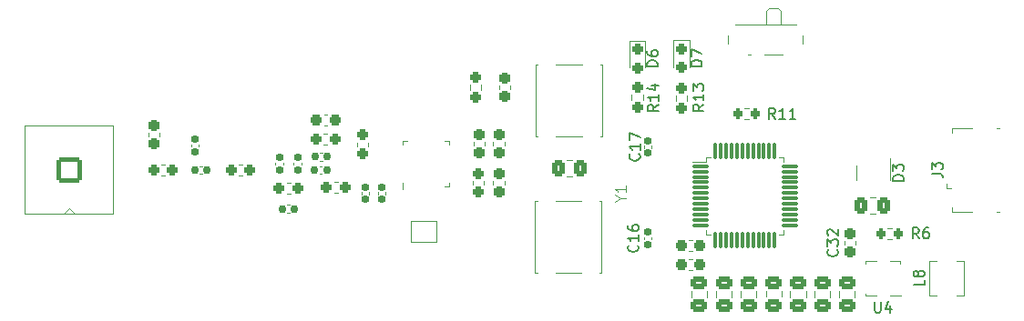
<source format=gto>
G04 #@! TF.GenerationSoftware,KiCad,Pcbnew,7.0.9-1.fc38*
G04 #@! TF.CreationDate,2023-11-15T09:02:08+02:00*
G04 #@! TF.ProjectId,transceiver_board,7472616e-7363-4656-9976-65725f626f61,rev?*
G04 #@! TF.SameCoordinates,Original*
G04 #@! TF.FileFunction,Legend,Top*
G04 #@! TF.FilePolarity,Positive*
%FSLAX46Y46*%
G04 Gerber Fmt 4.6, Leading zero omitted, Abs format (unit mm)*
G04 Created by KiCad (PCBNEW 7.0.9-1.fc38) date 2023-11-15 09:02:08*
%MOMM*%
%LPD*%
G01*
G04 APERTURE LIST*
G04 Aperture macros list*
%AMRoundRect*
0 Rectangle with rounded corners*
0 $1 Rounding radius*
0 $2 $3 $4 $5 $6 $7 $8 $9 X,Y pos of 4 corners*
0 Add a 4 corners polygon primitive as box body*
4,1,4,$2,$3,$4,$5,$6,$7,$8,$9,$2,$3,0*
0 Add four circle primitives for the rounded corners*
1,1,$1+$1,$2,$3*
1,1,$1+$1,$4,$5*
1,1,$1+$1,$6,$7*
1,1,$1+$1,$8,$9*
0 Add four rect primitives between the rounded corners*
20,1,$1+$1,$2,$3,$4,$5,0*
20,1,$1+$1,$4,$5,$6,$7,0*
20,1,$1+$1,$6,$7,$8,$9,0*
20,1,$1+$1,$8,$9,$2,$3,0*%
%AMFreePoly0*
4,1,21,-0.125000,1.200000,0.125000,1.200000,0.125000,1.700000,0.375000,1.700000,0.375000,1.200000,0.825000,1.200000,0.825000,-1.200000,0.375000,-1.200000,0.375000,-1.700000,0.125000,-1.700000,0.125000,-1.200000,-0.125000,-1.200000,-0.125000,-1.700000,-0.375000,-1.700000,-0.375000,-1.200000,-0.825000,-1.200000,-0.825000,1.200000,-0.375000,1.200000,-0.375000,1.700000,-0.125000,1.700000,
-0.125000,1.200000,-0.125000,1.200000,$1*%
G04 Aperture macros list end*
%ADD10C,0.150000*%
%ADD11C,0.100000*%
%ADD12C,0.120000*%
%ADD13C,0.000000*%
%ADD14C,0.300000*%
%ADD15RoundRect,0.237500X-0.300000X-0.237500X0.300000X-0.237500X0.300000X0.237500X-0.300000X0.237500X0*%
%ADD16RoundRect,0.237500X-0.237500X0.300000X-0.237500X-0.300000X0.237500X-0.300000X0.237500X0.300000X0*%
%ADD17RoundRect,0.200100X0.949900X-0.949900X0.949900X0.949900X-0.949900X0.949900X-0.949900X-0.949900X0*%
%ADD18C,2.500000*%
%ADD19R,1.000000X3.200000*%
%ADD20RoundRect,0.237500X0.287500X0.237500X-0.287500X0.237500X-0.287500X-0.237500X0.287500X-0.237500X0*%
%ADD21RoundRect,0.075000X-0.662500X-0.075000X0.662500X-0.075000X0.662500X0.075000X-0.662500X0.075000X0*%
%ADD22RoundRect,0.075000X-0.075000X-0.662500X0.075000X-0.662500X0.075000X0.662500X-0.075000X0.662500X0*%
%ADD23RoundRect,0.237500X-0.237500X0.287500X-0.237500X-0.287500X0.237500X-0.287500X0.237500X0.287500X0*%
%ADD24RoundRect,0.250000X0.337500X0.475000X-0.337500X0.475000X-0.337500X-0.475000X0.337500X-0.475000X0*%
%ADD25RoundRect,0.155000X0.212500X0.155000X-0.212500X0.155000X-0.212500X-0.155000X0.212500X-0.155000X0*%
%ADD26R,1.000000X0.800000*%
%ADD27C,0.900000*%
%ADD28R,0.700000X1.500000*%
%ADD29RoundRect,0.155000X0.155000X-0.212500X0.155000X0.212500X-0.155000X0.212500X-0.155000X-0.212500X0*%
%ADD30R,0.850000X0.750000*%
%ADD31R,0.600000X0.240000*%
%ADD32FreePoly0,180.000000*%
%ADD33RoundRect,0.237500X0.237500X-0.300000X0.237500X0.300000X-0.237500X0.300000X-0.237500X-0.300000X0*%
%ADD34RoundRect,0.250000X-0.475000X0.337500X-0.475000X-0.337500X0.475000X-0.337500X0.475000X0.337500X0*%
%ADD35RoundRect,0.237500X-0.237500X0.250000X-0.237500X-0.250000X0.237500X-0.250000X0.237500X0.250000X0*%
%ADD36RoundRect,0.155000X-0.155000X0.212500X-0.155000X-0.212500X0.155000X-0.212500X0.155000X0.212500X0*%
%ADD37RoundRect,0.200000X0.200000X0.275000X-0.200000X0.275000X-0.200000X-0.275000X0.200000X-0.275000X0*%
%ADD38R,1.200000X1.500000*%
%ADD39R,1.900000X1.100000*%
%ADD40RoundRect,0.237500X0.237500X-0.250000X0.237500X0.250000X-0.237500X0.250000X-0.237500X-0.250000X0*%
%ADD41R,1.350000X0.400000*%
%ADD42O,1.900000X1.200000*%
%ADD43R,1.900000X1.200000*%
%ADD44C,1.450000*%
%ADD45R,1.900000X1.500000*%
%ADD46RoundRect,0.237500X0.300000X0.237500X-0.300000X0.237500X-0.300000X-0.237500X0.300000X-0.237500X0*%
%ADD47RoundRect,0.237500X0.237500X-0.287500X0.237500X0.287500X-0.237500X0.287500X-0.237500X-0.287500X0*%
%ADD48R,1.000000X0.700000*%
%ADD49R,0.600000X0.700000*%
%ADD50R,0.300000X0.800000*%
%ADD51R,0.800000X0.300000*%
%ADD52R,0.675000X0.675000*%
%ADD53C,0.700000*%
G04 APERTURE END LIST*
D10*
X154234819Y-83413094D02*
X153234819Y-83413094D01*
X153234819Y-83413094D02*
X153234819Y-83174999D01*
X153234819Y-83174999D02*
X153282438Y-83032142D01*
X153282438Y-83032142D02*
X153377676Y-82936904D01*
X153377676Y-82936904D02*
X153472914Y-82889285D01*
X153472914Y-82889285D02*
X153663390Y-82841666D01*
X153663390Y-82841666D02*
X153806247Y-82841666D01*
X153806247Y-82841666D02*
X153996723Y-82889285D01*
X153996723Y-82889285D02*
X154091961Y-82936904D01*
X154091961Y-82936904D02*
X154187200Y-83032142D01*
X154187200Y-83032142D02*
X154234819Y-83174999D01*
X154234819Y-83174999D02*
X154234819Y-83413094D01*
X153234819Y-81984523D02*
X153234819Y-82174999D01*
X153234819Y-82174999D02*
X153282438Y-82270237D01*
X153282438Y-82270237D02*
X153330057Y-82317856D01*
X153330057Y-82317856D02*
X153472914Y-82413094D01*
X153472914Y-82413094D02*
X153663390Y-82460713D01*
X153663390Y-82460713D02*
X154044342Y-82460713D01*
X154044342Y-82460713D02*
X154139580Y-82413094D01*
X154139580Y-82413094D02*
X154187200Y-82365475D01*
X154187200Y-82365475D02*
X154234819Y-82270237D01*
X154234819Y-82270237D02*
X154234819Y-82079761D01*
X154234819Y-82079761D02*
X154187200Y-81984523D01*
X154187200Y-81984523D02*
X154139580Y-81936904D01*
X154139580Y-81936904D02*
X154044342Y-81889285D01*
X154044342Y-81889285D02*
X153806247Y-81889285D01*
X153806247Y-81889285D02*
X153711009Y-81936904D01*
X153711009Y-81936904D02*
X153663390Y-81984523D01*
X153663390Y-81984523D02*
X153615771Y-82079761D01*
X153615771Y-82079761D02*
X153615771Y-82270237D01*
X153615771Y-82270237D02*
X153663390Y-82365475D01*
X153663390Y-82365475D02*
X153711009Y-82413094D01*
X153711009Y-82413094D02*
X153806247Y-82460713D01*
X170889580Y-100462857D02*
X170937200Y-100510476D01*
X170937200Y-100510476D02*
X170984819Y-100653333D01*
X170984819Y-100653333D02*
X170984819Y-100748571D01*
X170984819Y-100748571D02*
X170937200Y-100891428D01*
X170937200Y-100891428D02*
X170841961Y-100986666D01*
X170841961Y-100986666D02*
X170746723Y-101034285D01*
X170746723Y-101034285D02*
X170556247Y-101081904D01*
X170556247Y-101081904D02*
X170413390Y-101081904D01*
X170413390Y-101081904D02*
X170222914Y-101034285D01*
X170222914Y-101034285D02*
X170127676Y-100986666D01*
X170127676Y-100986666D02*
X170032438Y-100891428D01*
X170032438Y-100891428D02*
X169984819Y-100748571D01*
X169984819Y-100748571D02*
X169984819Y-100653333D01*
X169984819Y-100653333D02*
X170032438Y-100510476D01*
X170032438Y-100510476D02*
X170080057Y-100462857D01*
X169984819Y-100129523D02*
X169984819Y-99510476D01*
X169984819Y-99510476D02*
X170365771Y-99843809D01*
X170365771Y-99843809D02*
X170365771Y-99700952D01*
X170365771Y-99700952D02*
X170413390Y-99605714D01*
X170413390Y-99605714D02*
X170461009Y-99558095D01*
X170461009Y-99558095D02*
X170556247Y-99510476D01*
X170556247Y-99510476D02*
X170794342Y-99510476D01*
X170794342Y-99510476D02*
X170889580Y-99558095D01*
X170889580Y-99558095D02*
X170937200Y-99605714D01*
X170937200Y-99605714D02*
X170984819Y-99700952D01*
X170984819Y-99700952D02*
X170984819Y-99986666D01*
X170984819Y-99986666D02*
X170937200Y-100081904D01*
X170937200Y-100081904D02*
X170889580Y-100129523D01*
X170080057Y-99129523D02*
X170032438Y-99081904D01*
X170032438Y-99081904D02*
X169984819Y-98986666D01*
X169984819Y-98986666D02*
X169984819Y-98748571D01*
X169984819Y-98748571D02*
X170032438Y-98653333D01*
X170032438Y-98653333D02*
X170080057Y-98605714D01*
X170080057Y-98605714D02*
X170175295Y-98558095D01*
X170175295Y-98558095D02*
X170270533Y-98558095D01*
X170270533Y-98558095D02*
X170413390Y-98605714D01*
X170413390Y-98605714D02*
X170984819Y-99177142D01*
X170984819Y-99177142D02*
X170984819Y-98558095D01*
X152499580Y-91555357D02*
X152547200Y-91602976D01*
X152547200Y-91602976D02*
X152594819Y-91745833D01*
X152594819Y-91745833D02*
X152594819Y-91841071D01*
X152594819Y-91841071D02*
X152547200Y-91983928D01*
X152547200Y-91983928D02*
X152451961Y-92079166D01*
X152451961Y-92079166D02*
X152356723Y-92126785D01*
X152356723Y-92126785D02*
X152166247Y-92174404D01*
X152166247Y-92174404D02*
X152023390Y-92174404D01*
X152023390Y-92174404D02*
X151832914Y-92126785D01*
X151832914Y-92126785D02*
X151737676Y-92079166D01*
X151737676Y-92079166D02*
X151642438Y-91983928D01*
X151642438Y-91983928D02*
X151594819Y-91841071D01*
X151594819Y-91841071D02*
X151594819Y-91745833D01*
X151594819Y-91745833D02*
X151642438Y-91602976D01*
X151642438Y-91602976D02*
X151690057Y-91555357D01*
X152594819Y-90602976D02*
X152594819Y-91174404D01*
X152594819Y-90888690D02*
X151594819Y-90888690D01*
X151594819Y-90888690D02*
X151737676Y-90983928D01*
X151737676Y-90983928D02*
X151832914Y-91079166D01*
X151832914Y-91079166D02*
X151880533Y-91174404D01*
X151594819Y-90269642D02*
X151594819Y-89602976D01*
X151594819Y-89602976D02*
X152594819Y-90031547D01*
X174397775Y-105324819D02*
X174397775Y-106134342D01*
X174397775Y-106134342D02*
X174445394Y-106229580D01*
X174445394Y-106229580D02*
X174493013Y-106277200D01*
X174493013Y-106277200D02*
X174588251Y-106324819D01*
X174588251Y-106324819D02*
X174778727Y-106324819D01*
X174778727Y-106324819D02*
X174873965Y-106277200D01*
X174873965Y-106277200D02*
X174921584Y-106229580D01*
X174921584Y-106229580D02*
X174969203Y-106134342D01*
X174969203Y-106134342D02*
X174969203Y-105324819D01*
X175873965Y-105658152D02*
X175873965Y-106324819D01*
X175635870Y-105277200D02*
X175397775Y-105991485D01*
X175397775Y-105991485D02*
X176016822Y-105991485D01*
X158334819Y-83388094D02*
X157334819Y-83388094D01*
X157334819Y-83388094D02*
X157334819Y-83149999D01*
X157334819Y-83149999D02*
X157382438Y-83007142D01*
X157382438Y-83007142D02*
X157477676Y-82911904D01*
X157477676Y-82911904D02*
X157572914Y-82864285D01*
X157572914Y-82864285D02*
X157763390Y-82816666D01*
X157763390Y-82816666D02*
X157906247Y-82816666D01*
X157906247Y-82816666D02*
X158096723Y-82864285D01*
X158096723Y-82864285D02*
X158191961Y-82911904D01*
X158191961Y-82911904D02*
X158287200Y-83007142D01*
X158287200Y-83007142D02*
X158334819Y-83149999D01*
X158334819Y-83149999D02*
X158334819Y-83388094D01*
X157334819Y-82483332D02*
X157334819Y-81816666D01*
X157334819Y-81816666D02*
X158334819Y-82245237D01*
X178513333Y-99424819D02*
X178180000Y-98948628D01*
X177941905Y-99424819D02*
X177941905Y-98424819D01*
X177941905Y-98424819D02*
X178322857Y-98424819D01*
X178322857Y-98424819D02*
X178418095Y-98472438D01*
X178418095Y-98472438D02*
X178465714Y-98520057D01*
X178465714Y-98520057D02*
X178513333Y-98615295D01*
X178513333Y-98615295D02*
X178513333Y-98758152D01*
X178513333Y-98758152D02*
X178465714Y-98853390D01*
X178465714Y-98853390D02*
X178418095Y-98901009D01*
X178418095Y-98901009D02*
X178322857Y-98948628D01*
X178322857Y-98948628D02*
X177941905Y-98948628D01*
X179370476Y-98424819D02*
X179180000Y-98424819D01*
X179180000Y-98424819D02*
X179084762Y-98472438D01*
X179084762Y-98472438D02*
X179037143Y-98520057D01*
X179037143Y-98520057D02*
X178941905Y-98662914D01*
X178941905Y-98662914D02*
X178894286Y-98853390D01*
X178894286Y-98853390D02*
X178894286Y-99234342D01*
X178894286Y-99234342D02*
X178941905Y-99329580D01*
X178941905Y-99329580D02*
X178989524Y-99377200D01*
X178989524Y-99377200D02*
X179084762Y-99424819D01*
X179084762Y-99424819D02*
X179275238Y-99424819D01*
X179275238Y-99424819D02*
X179370476Y-99377200D01*
X179370476Y-99377200D02*
X179418095Y-99329580D01*
X179418095Y-99329580D02*
X179465714Y-99234342D01*
X179465714Y-99234342D02*
X179465714Y-98996247D01*
X179465714Y-98996247D02*
X179418095Y-98901009D01*
X179418095Y-98901009D02*
X179370476Y-98853390D01*
X179370476Y-98853390D02*
X179275238Y-98805771D01*
X179275238Y-98805771D02*
X179084762Y-98805771D01*
X179084762Y-98805771D02*
X178989524Y-98853390D01*
X178989524Y-98853390D02*
X178941905Y-98901009D01*
X178941905Y-98901009D02*
X178894286Y-98996247D01*
X152359580Y-100055357D02*
X152407200Y-100102976D01*
X152407200Y-100102976D02*
X152454819Y-100245833D01*
X152454819Y-100245833D02*
X152454819Y-100341071D01*
X152454819Y-100341071D02*
X152407200Y-100483928D01*
X152407200Y-100483928D02*
X152311961Y-100579166D01*
X152311961Y-100579166D02*
X152216723Y-100626785D01*
X152216723Y-100626785D02*
X152026247Y-100674404D01*
X152026247Y-100674404D02*
X151883390Y-100674404D01*
X151883390Y-100674404D02*
X151692914Y-100626785D01*
X151692914Y-100626785D02*
X151597676Y-100579166D01*
X151597676Y-100579166D02*
X151502438Y-100483928D01*
X151502438Y-100483928D02*
X151454819Y-100341071D01*
X151454819Y-100341071D02*
X151454819Y-100245833D01*
X151454819Y-100245833D02*
X151502438Y-100102976D01*
X151502438Y-100102976D02*
X151550057Y-100055357D01*
X152454819Y-99102976D02*
X152454819Y-99674404D01*
X152454819Y-99388690D02*
X151454819Y-99388690D01*
X151454819Y-99388690D02*
X151597676Y-99483928D01*
X151597676Y-99483928D02*
X151692914Y-99579166D01*
X151692914Y-99579166D02*
X151740533Y-99674404D01*
X151454819Y-98245833D02*
X151454819Y-98436309D01*
X151454819Y-98436309D02*
X151502438Y-98531547D01*
X151502438Y-98531547D02*
X151550057Y-98579166D01*
X151550057Y-98579166D02*
X151692914Y-98674404D01*
X151692914Y-98674404D02*
X151883390Y-98722023D01*
X151883390Y-98722023D02*
X152264342Y-98722023D01*
X152264342Y-98722023D02*
X152359580Y-98674404D01*
X152359580Y-98674404D02*
X152407200Y-98626785D01*
X152407200Y-98626785D02*
X152454819Y-98531547D01*
X152454819Y-98531547D02*
X152454819Y-98341071D01*
X152454819Y-98341071D02*
X152407200Y-98245833D01*
X152407200Y-98245833D02*
X152359580Y-98198214D01*
X152359580Y-98198214D02*
X152264342Y-98150595D01*
X152264342Y-98150595D02*
X152026247Y-98150595D01*
X152026247Y-98150595D02*
X151931009Y-98198214D01*
X151931009Y-98198214D02*
X151883390Y-98245833D01*
X151883390Y-98245833D02*
X151835771Y-98341071D01*
X151835771Y-98341071D02*
X151835771Y-98531547D01*
X151835771Y-98531547D02*
X151883390Y-98626785D01*
X151883390Y-98626785D02*
X151931009Y-98674404D01*
X151931009Y-98674404D02*
X152026247Y-98722023D01*
X179010819Y-103286666D02*
X179010819Y-103762856D01*
X179010819Y-103762856D02*
X178010819Y-103762856D01*
X178439390Y-102810475D02*
X178391771Y-102905713D01*
X178391771Y-102905713D02*
X178344152Y-102953332D01*
X178344152Y-102953332D02*
X178248914Y-103000951D01*
X178248914Y-103000951D02*
X178201295Y-103000951D01*
X178201295Y-103000951D02*
X178106057Y-102953332D01*
X178106057Y-102953332D02*
X178058438Y-102905713D01*
X178058438Y-102905713D02*
X178010819Y-102810475D01*
X178010819Y-102810475D02*
X178010819Y-102619999D01*
X178010819Y-102619999D02*
X178058438Y-102524761D01*
X178058438Y-102524761D02*
X178106057Y-102477142D01*
X178106057Y-102477142D02*
X178201295Y-102429523D01*
X178201295Y-102429523D02*
X178248914Y-102429523D01*
X178248914Y-102429523D02*
X178344152Y-102477142D01*
X178344152Y-102477142D02*
X178391771Y-102524761D01*
X178391771Y-102524761D02*
X178439390Y-102619999D01*
X178439390Y-102619999D02*
X178439390Y-102810475D01*
X178439390Y-102810475D02*
X178487009Y-102905713D01*
X178487009Y-102905713D02*
X178534628Y-102953332D01*
X178534628Y-102953332D02*
X178629866Y-103000951D01*
X178629866Y-103000951D02*
X178820342Y-103000951D01*
X178820342Y-103000951D02*
X178915580Y-102953332D01*
X178915580Y-102953332D02*
X178963200Y-102905713D01*
X178963200Y-102905713D02*
X179010819Y-102810475D01*
X179010819Y-102810475D02*
X179010819Y-102619999D01*
X179010819Y-102619999D02*
X178963200Y-102524761D01*
X178963200Y-102524761D02*
X178915580Y-102477142D01*
X178915580Y-102477142D02*
X178820342Y-102429523D01*
X178820342Y-102429523D02*
X178629866Y-102429523D01*
X178629866Y-102429523D02*
X178534628Y-102477142D01*
X178534628Y-102477142D02*
X178487009Y-102524761D01*
X178487009Y-102524761D02*
X178439390Y-102619999D01*
D11*
X150781228Y-95718690D02*
X151257419Y-95718690D01*
X150257419Y-96052023D02*
X150781228Y-95718690D01*
X150781228Y-95718690D02*
X150257419Y-95385357D01*
X151257419Y-94528214D02*
X151257419Y-95099642D01*
X151257419Y-94813928D02*
X150257419Y-94813928D01*
X150257419Y-94813928D02*
X150400276Y-94909166D01*
X150400276Y-94909166D02*
X150495514Y-95004404D01*
X150495514Y-95004404D02*
X150543133Y-95099642D01*
D10*
X154304819Y-86967857D02*
X153828628Y-87301190D01*
X154304819Y-87539285D02*
X153304819Y-87539285D01*
X153304819Y-87539285D02*
X153304819Y-87158333D01*
X153304819Y-87158333D02*
X153352438Y-87063095D01*
X153352438Y-87063095D02*
X153400057Y-87015476D01*
X153400057Y-87015476D02*
X153495295Y-86967857D01*
X153495295Y-86967857D02*
X153638152Y-86967857D01*
X153638152Y-86967857D02*
X153733390Y-87015476D01*
X153733390Y-87015476D02*
X153781009Y-87063095D01*
X153781009Y-87063095D02*
X153828628Y-87158333D01*
X153828628Y-87158333D02*
X153828628Y-87539285D01*
X154304819Y-86015476D02*
X154304819Y-86586904D01*
X154304819Y-86301190D02*
X153304819Y-86301190D01*
X153304819Y-86301190D02*
X153447676Y-86396428D01*
X153447676Y-86396428D02*
X153542914Y-86491666D01*
X153542914Y-86491666D02*
X153590533Y-86586904D01*
X153638152Y-85158333D02*
X154304819Y-85158333D01*
X153257200Y-85396428D02*
X153971485Y-85634523D01*
X153971485Y-85634523D02*
X153971485Y-85015476D01*
X179704819Y-93383333D02*
X180419104Y-93383333D01*
X180419104Y-93383333D02*
X180561961Y-93430952D01*
X180561961Y-93430952D02*
X180657200Y-93526190D01*
X180657200Y-93526190D02*
X180704819Y-93669047D01*
X180704819Y-93669047D02*
X180704819Y-93764285D01*
X179704819Y-93002380D02*
X179704819Y-92383333D01*
X179704819Y-92383333D02*
X180085771Y-92716666D01*
X180085771Y-92716666D02*
X180085771Y-92573809D01*
X180085771Y-92573809D02*
X180133390Y-92478571D01*
X180133390Y-92478571D02*
X180181009Y-92430952D01*
X180181009Y-92430952D02*
X180276247Y-92383333D01*
X180276247Y-92383333D02*
X180514342Y-92383333D01*
X180514342Y-92383333D02*
X180609580Y-92430952D01*
X180609580Y-92430952D02*
X180657200Y-92478571D01*
X180657200Y-92478571D02*
X180704819Y-92573809D01*
X180704819Y-92573809D02*
X180704819Y-92859523D01*
X180704819Y-92859523D02*
X180657200Y-92954761D01*
X180657200Y-92954761D02*
X180609580Y-93002380D01*
X165157142Y-88304819D02*
X164823809Y-87828628D01*
X164585714Y-88304819D02*
X164585714Y-87304819D01*
X164585714Y-87304819D02*
X164966666Y-87304819D01*
X164966666Y-87304819D02*
X165061904Y-87352438D01*
X165061904Y-87352438D02*
X165109523Y-87400057D01*
X165109523Y-87400057D02*
X165157142Y-87495295D01*
X165157142Y-87495295D02*
X165157142Y-87638152D01*
X165157142Y-87638152D02*
X165109523Y-87733390D01*
X165109523Y-87733390D02*
X165061904Y-87781009D01*
X165061904Y-87781009D02*
X164966666Y-87828628D01*
X164966666Y-87828628D02*
X164585714Y-87828628D01*
X166109523Y-88304819D02*
X165538095Y-88304819D01*
X165823809Y-88304819D02*
X165823809Y-87304819D01*
X165823809Y-87304819D02*
X165728571Y-87447676D01*
X165728571Y-87447676D02*
X165633333Y-87542914D01*
X165633333Y-87542914D02*
X165538095Y-87590533D01*
X167061904Y-88304819D02*
X166490476Y-88304819D01*
X166776190Y-88304819D02*
X166776190Y-87304819D01*
X166776190Y-87304819D02*
X166680952Y-87447676D01*
X166680952Y-87447676D02*
X166585714Y-87542914D01*
X166585714Y-87542914D02*
X166490476Y-87590533D01*
X177084819Y-94058094D02*
X176084819Y-94058094D01*
X176084819Y-94058094D02*
X176084819Y-93819999D01*
X176084819Y-93819999D02*
X176132438Y-93677142D01*
X176132438Y-93677142D02*
X176227676Y-93581904D01*
X176227676Y-93581904D02*
X176322914Y-93534285D01*
X176322914Y-93534285D02*
X176513390Y-93486666D01*
X176513390Y-93486666D02*
X176656247Y-93486666D01*
X176656247Y-93486666D02*
X176846723Y-93534285D01*
X176846723Y-93534285D02*
X176941961Y-93581904D01*
X176941961Y-93581904D02*
X177037200Y-93677142D01*
X177037200Y-93677142D02*
X177084819Y-93819999D01*
X177084819Y-93819999D02*
X177084819Y-94058094D01*
X176084819Y-93153332D02*
X176084819Y-92534285D01*
X176084819Y-92534285D02*
X176465771Y-92867618D01*
X176465771Y-92867618D02*
X176465771Y-92724761D01*
X176465771Y-92724761D02*
X176513390Y-92629523D01*
X176513390Y-92629523D02*
X176561009Y-92581904D01*
X176561009Y-92581904D02*
X176656247Y-92534285D01*
X176656247Y-92534285D02*
X176894342Y-92534285D01*
X176894342Y-92534285D02*
X176989580Y-92581904D01*
X176989580Y-92581904D02*
X177037200Y-92629523D01*
X177037200Y-92629523D02*
X177084819Y-92724761D01*
X177084819Y-92724761D02*
X177084819Y-93010475D01*
X177084819Y-93010475D02*
X177037200Y-93105713D01*
X177037200Y-93105713D02*
X176989580Y-93153332D01*
X158504819Y-86942857D02*
X158028628Y-87276190D01*
X158504819Y-87514285D02*
X157504819Y-87514285D01*
X157504819Y-87514285D02*
X157504819Y-87133333D01*
X157504819Y-87133333D02*
X157552438Y-87038095D01*
X157552438Y-87038095D02*
X157600057Y-86990476D01*
X157600057Y-86990476D02*
X157695295Y-86942857D01*
X157695295Y-86942857D02*
X157838152Y-86942857D01*
X157838152Y-86942857D02*
X157933390Y-86990476D01*
X157933390Y-86990476D02*
X157981009Y-87038095D01*
X157981009Y-87038095D02*
X158028628Y-87133333D01*
X158028628Y-87133333D02*
X158028628Y-87514285D01*
X158504819Y-85990476D02*
X158504819Y-86561904D01*
X158504819Y-86276190D02*
X157504819Y-86276190D01*
X157504819Y-86276190D02*
X157647676Y-86371428D01*
X157647676Y-86371428D02*
X157742914Y-86466666D01*
X157742914Y-86466666D02*
X157790533Y-86561904D01*
X157504819Y-85657142D02*
X157504819Y-85038095D01*
X157504819Y-85038095D02*
X157885771Y-85371428D01*
X157885771Y-85371428D02*
X157885771Y-85228571D01*
X157885771Y-85228571D02*
X157933390Y-85133333D01*
X157933390Y-85133333D02*
X157981009Y-85085714D01*
X157981009Y-85085714D02*
X158076247Y-85038095D01*
X158076247Y-85038095D02*
X158314342Y-85038095D01*
X158314342Y-85038095D02*
X158409580Y-85085714D01*
X158409580Y-85085714D02*
X158457200Y-85133333D01*
X158457200Y-85133333D02*
X158504819Y-85228571D01*
X158504819Y-85228571D02*
X158504819Y-85514285D01*
X158504819Y-85514285D02*
X158457200Y-85609523D01*
X158457200Y-85609523D02*
X158409580Y-85657142D01*
D12*
X157133733Y-101320000D02*
X157426267Y-101320000D01*
X157133733Y-102340000D02*
X157426267Y-102340000D01*
X138127500Y-90457483D02*
X138127500Y-90750017D01*
X137107500Y-90457483D02*
X137107500Y-90750017D01*
X95440000Y-97146250D02*
X103640000Y-97146250D01*
X95440000Y-97146250D02*
X95440000Y-88946250D01*
X100040000Y-97146250D02*
X99540000Y-96646250D01*
X103640000Y-97146250D02*
X103640000Y-88946250D01*
X99540000Y-96646250D02*
X99040000Y-97146250D01*
X95440000Y-88946250D02*
X103640000Y-88946250D01*
X142900000Y-89950000D02*
X143100000Y-89950000D01*
X144800000Y-89950000D02*
X147200000Y-89950000D01*
X149100000Y-89950000D02*
X148900000Y-89950000D01*
X149100000Y-89950000D02*
X149100000Y-83250000D01*
X142900000Y-83250000D02*
X142900000Y-89950000D01*
X142900000Y-83250000D02*
X143100000Y-83250000D01*
X144800000Y-83250000D02*
X147200000Y-83250000D01*
X149100000Y-83250000D02*
X148900000Y-83250000D01*
X123538767Y-90676250D02*
X123196233Y-90676250D01*
X123538767Y-89656250D02*
X123196233Y-89656250D01*
X158740000Y-91840000D02*
X158740000Y-92290000D01*
X158740000Y-92290000D02*
X157450000Y-92290000D01*
X158740000Y-99060000D02*
X158740000Y-98610000D01*
X159190000Y-91840000D02*
X158740000Y-91840000D01*
X159190000Y-99060000D02*
X158740000Y-99060000D01*
X165510000Y-91840000D02*
X165960000Y-91840000D01*
X165510000Y-99060000D02*
X165960000Y-99060000D01*
X165960000Y-91840000D02*
X165960000Y-92290000D01*
X165960000Y-99060000D02*
X165960000Y-98610000D01*
X153085000Y-81015000D02*
X151615000Y-81015000D01*
X151615000Y-81015000D02*
X151615000Y-83475000D01*
X153085000Y-83475000D02*
X153085000Y-81015000D01*
X172590000Y-99673733D02*
X172590000Y-99966267D01*
X171570000Y-99673733D02*
X171570000Y-99966267D01*
X174451252Y-97095000D02*
X173928748Y-97095000D01*
X174451252Y-95625000D02*
X173928748Y-95625000D01*
X140537500Y-85209983D02*
X140537500Y-85502517D01*
X139517500Y-85209983D02*
X139517500Y-85502517D01*
X127327500Y-90494983D02*
X127327500Y-90837517D01*
X126307500Y-90494983D02*
X126307500Y-90837517D01*
X123033335Y-93426250D02*
X122801665Y-93426250D01*
X123033335Y-92706250D02*
X122801665Y-92706250D01*
X115638767Y-93576250D02*
X115296233Y-93576250D01*
X115638767Y-92556250D02*
X115296233Y-92556250D01*
X167700000Y-81290000D02*
X167700000Y-80500000D01*
X167100000Y-79490000D02*
X161400000Y-79490000D01*
X165850000Y-82340000D02*
X164150000Y-82340000D01*
X165650000Y-79490000D02*
X165650000Y-78200000D01*
X165650000Y-78200000D02*
X165450000Y-77990000D01*
X165450000Y-77990000D02*
X164550000Y-77990000D01*
X164350000Y-78200000D02*
X164550000Y-77990000D01*
X164350000Y-78200000D02*
X164350000Y-79490000D01*
X162850000Y-82340000D02*
X162650000Y-82340000D01*
X160800000Y-80500000D02*
X160800000Y-81290000D01*
X152940000Y-91028335D02*
X152940000Y-90796665D01*
X153660000Y-91028335D02*
X153660000Y-90796665D01*
D11*
X133670000Y-99770000D02*
X133670000Y-97770000D01*
X133670000Y-97770000D02*
X131270000Y-97770000D01*
X131270000Y-99770000D02*
X133670000Y-99770000D01*
X131270000Y-97770000D02*
X131270000Y-99770000D01*
D12*
X176820000Y-104780000D02*
X175815000Y-104780000D01*
X176790000Y-101790000D02*
X176790000Y-101560000D01*
X176790000Y-101560000D02*
X175815000Y-101560000D01*
X174545000Y-104780000D02*
X173570000Y-104780000D01*
X174545000Y-101560000D02*
X173570000Y-101560000D01*
X173570000Y-104780000D02*
X173570000Y-104550000D01*
X173570000Y-101790000D02*
X173570000Y-101560000D01*
X138957500Y-94400017D02*
X138957500Y-94107483D01*
X139977500Y-94400017D02*
X139977500Y-94107483D01*
X118707500Y-92582085D02*
X118707500Y-92350415D01*
X119427500Y-92582085D02*
X119427500Y-92350415D01*
X161135000Y-104348748D02*
X161135000Y-104871252D01*
X159665000Y-104348748D02*
X159665000Y-104871252D01*
X137850000Y-85101526D02*
X137850000Y-85610974D01*
X136805000Y-85101526D02*
X136805000Y-85610974D01*
X120088767Y-95276250D02*
X119746233Y-95276250D01*
X120088767Y-94256250D02*
X119746233Y-94256250D01*
X157185000Y-80990000D02*
X155715000Y-80990000D01*
X155715000Y-80990000D02*
X155715000Y-83450000D01*
X157185000Y-83450000D02*
X157185000Y-80990000D01*
X139977500Y-90457483D02*
X139977500Y-90750017D01*
X138957500Y-90457483D02*
X138957500Y-90750017D01*
X165765000Y-104338748D02*
X165765000Y-104861252D01*
X164295000Y-104338748D02*
X164295000Y-104861252D01*
X172565000Y-104358748D02*
X172565000Y-104881252D01*
X171095000Y-104358748D02*
X171095000Y-104881252D01*
X128927500Y-95100415D02*
X128927500Y-95332085D01*
X128207500Y-95100415D02*
X128207500Y-95332085D01*
X170275000Y-104348748D02*
X170275000Y-104871252D01*
X168805000Y-104348748D02*
X168805000Y-104871252D01*
X146293752Y-93635000D02*
X145771248Y-93635000D01*
X146293752Y-92165000D02*
X145771248Y-92165000D01*
X176017258Y-99492500D02*
X175542742Y-99492500D01*
X176017258Y-98447500D02*
X175542742Y-98447500D01*
X153660000Y-99296665D02*
X153660000Y-99528335D01*
X152940000Y-99296665D02*
X152940000Y-99528335D01*
X124488767Y-95176250D02*
X124146233Y-95176250D01*
X124488767Y-94156250D02*
X124146233Y-94156250D01*
X157126233Y-99560000D02*
X157418767Y-99560000D01*
X157126233Y-100580000D02*
X157418767Y-100580000D01*
X179456000Y-104744000D02*
X179456000Y-101496000D01*
X180180000Y-104744000D02*
X179456000Y-104744000D01*
X181980000Y-104744000D02*
X182704000Y-104744000D01*
X182704000Y-104744000D02*
X182704000Y-101496000D01*
X179456000Y-101496000D02*
X180180000Y-101496000D01*
X182704000Y-101496000D02*
X181980000Y-101496000D01*
X127427500Y-95100415D02*
X127427500Y-95332085D01*
X126707500Y-95100415D02*
X126707500Y-95332085D01*
X108438767Y-93576250D02*
X108096233Y-93576250D01*
X108438767Y-92556250D02*
X108096233Y-92556250D01*
X151827500Y-86529724D02*
X151827500Y-86020276D01*
X152872500Y-86529724D02*
X152872500Y-86020276D01*
X111883335Y-93426250D02*
X111651665Y-93426250D01*
X111883335Y-92706250D02*
X111651665Y-92706250D01*
X181600000Y-96950000D02*
X181600000Y-96500000D01*
X183450000Y-96950000D02*
X181600000Y-96950000D01*
X186000000Y-96950000D02*
X185750000Y-96950000D01*
X181050000Y-94750000D02*
X181500000Y-94750000D01*
X181050000Y-94750000D02*
X181050000Y-94300000D01*
X181600000Y-89150000D02*
X181600000Y-89600000D01*
X183450000Y-89150000D02*
X181600000Y-89150000D01*
X186000000Y-89150000D02*
X185750000Y-89150000D01*
X142830000Y-102610000D02*
X143030000Y-102610000D01*
X144730000Y-102610000D02*
X147130000Y-102610000D01*
X149030000Y-102610000D02*
X148830000Y-102610000D01*
X149030000Y-102610000D02*
X149030000Y-95910000D01*
X142830000Y-95910000D02*
X142830000Y-102610000D01*
X142830000Y-95910000D02*
X143030000Y-95910000D01*
X144730000Y-95910000D02*
X147130000Y-95910000D01*
X149030000Y-95910000D02*
X148830000Y-95910000D01*
X123513767Y-88926250D02*
X123221233Y-88926250D01*
X123513767Y-87906250D02*
X123221233Y-87906250D01*
X168005000Y-104348748D02*
X168005000Y-104871252D01*
X166535000Y-104348748D02*
X166535000Y-104871252D01*
X162737258Y-88335000D02*
X162262742Y-88335000D01*
X162737258Y-87290000D02*
X162262742Y-87290000D01*
X163425000Y-104348748D02*
X163425000Y-104871252D01*
X161955000Y-104348748D02*
X161955000Y-104871252D01*
X120407500Y-92582085D02*
X120407500Y-92350415D01*
X121127500Y-92582085D02*
X121127500Y-92350415D01*
X120033335Y-97026250D02*
X119801665Y-97026250D01*
X120033335Y-96306250D02*
X119801665Y-96306250D01*
X158815000Y-104348748D02*
X158815000Y-104871252D01*
X157345000Y-104348748D02*
X157345000Y-104871252D01*
X123050835Y-92176250D02*
X122819165Y-92176250D01*
X123050835Y-91456250D02*
X122819165Y-91456250D01*
X137057500Y-94425017D02*
X137057500Y-94082483D01*
X138077500Y-94425017D02*
X138077500Y-94082483D01*
X172690000Y-92650000D02*
X172690000Y-93950000D01*
X175810000Y-93950000D02*
X175810000Y-91950000D01*
X106907500Y-89912517D02*
X106907500Y-89619983D01*
X107927500Y-89912517D02*
X107927500Y-89619983D01*
X155927500Y-86604724D02*
X155927500Y-86095276D01*
X156972500Y-86604724D02*
X156972500Y-86095276D01*
X110857500Y-90882085D02*
X110857500Y-90650415D01*
X111577500Y-90882085D02*
X111577500Y-90650415D01*
X134867500Y-94616250D02*
X134467500Y-94616250D01*
X130567500Y-94216250D02*
X130567500Y-94866250D01*
X134867500Y-94216250D02*
X134867500Y-94616250D01*
X130567500Y-90716250D02*
X130567500Y-90316250D01*
X134867500Y-90716250D02*
X134867500Y-90316250D01*
X130567500Y-90316250D02*
X130967500Y-90316250D01*
X134867500Y-90316250D02*
X134467500Y-90316250D01*
%LPC*%
D13*
G36*
X98431181Y-79844178D02*
G01*
X98150902Y-80313931D01*
X98091181Y-80464178D01*
X97531181Y-80464178D01*
X96861460Y-80783915D01*
X96511181Y-81354178D01*
X96411181Y-81874178D01*
X96461181Y-82054178D01*
X96091181Y-82324178D01*
X95201181Y-82054178D01*
X95391181Y-81154178D01*
X95941181Y-80254178D01*
X96641181Y-79664178D01*
X97781181Y-79294178D01*
X98091181Y-79194178D01*
X98431181Y-79844178D01*
G37*
G36*
X130050000Y-96905000D02*
G01*
X130050000Y-106845000D01*
X98040000Y-106845000D01*
X98040000Y-105575000D01*
X128850000Y-105575000D01*
X128850000Y-96895000D01*
X130050000Y-96905000D01*
G37*
G36*
X130090000Y-90780000D02*
G01*
X128900000Y-90780000D01*
X128900000Y-80470000D01*
X98090000Y-80470000D01*
X98090000Y-79200000D01*
X130100000Y-79200000D01*
X130090000Y-90780000D01*
G37*
G36*
X96410000Y-103990000D02*
G01*
X95150000Y-103990000D01*
X95150000Y-97460000D01*
X96410000Y-97460000D01*
X96410000Y-103990000D01*
G37*
D14*
X98149721Y-80319753D02*
G75*
G03*
X96316882Y-82050000I-99721J-1730247D01*
G01*
X95307918Y-103810553D02*
G75*
G03*
X98099888Y-106696891I2692082J-189447D01*
G01*
D13*
G36*
X96460000Y-88470000D02*
G01*
X95200000Y-88470000D01*
X95200000Y-82060000D01*
X96460000Y-82060000D01*
X96460000Y-88470000D01*
G37*
D14*
X98149888Y-79353110D02*
G75*
G03*
X95357919Y-82239447I-99888J-2696890D01*
G01*
D13*
G36*
X96412167Y-103992683D02*
G01*
X96362167Y-104172683D01*
X96462167Y-104692683D01*
X96812446Y-105262946D01*
X97482167Y-105582683D01*
X98042167Y-105582683D01*
X98101888Y-105732930D01*
X98382167Y-106202683D01*
X98042167Y-106852683D01*
X97732167Y-106752683D01*
X96592167Y-106382683D01*
X95892167Y-105792683D01*
X95342167Y-104892683D01*
X95152167Y-103992683D01*
X96042167Y-103722683D01*
X96412167Y-103992683D01*
G37*
D14*
X96266882Y-104000000D02*
G75*
G03*
X98099721Y-105730247I1733118J0D01*
G01*
D15*
X156417500Y-101830000D03*
X158142500Y-101830000D03*
D16*
X137617500Y-89741250D03*
X137617500Y-91466250D03*
D17*
X99540000Y-93046250D03*
D18*
X97000000Y-95586250D03*
X102080000Y-95586250D03*
X97000000Y-90506250D03*
X102080000Y-90506250D03*
D19*
X144000000Y-90000000D03*
X144000000Y-83200000D03*
X148000000Y-90000000D03*
X148000000Y-83200000D03*
D20*
X124242500Y-90166250D03*
X122492500Y-90166250D03*
D21*
X158187500Y-92700000D03*
X158187500Y-93200000D03*
X158187500Y-93700000D03*
X158187500Y-94200000D03*
X158187500Y-94700000D03*
X158187500Y-95200000D03*
X158187500Y-95700000D03*
X158187500Y-96200000D03*
X158187500Y-96700000D03*
X158187500Y-97200000D03*
X158187500Y-97700000D03*
X158187500Y-98200000D03*
D22*
X159600000Y-99612500D03*
X160100000Y-99612500D03*
X160600000Y-99612500D03*
X161100000Y-99612500D03*
X161600000Y-99612500D03*
X162100000Y-99612500D03*
X162600000Y-99612500D03*
X163100000Y-99612500D03*
X163600000Y-99612500D03*
X164100000Y-99612500D03*
X164600000Y-99612500D03*
X165100000Y-99612500D03*
D21*
X166512500Y-98200000D03*
X166512500Y-97700000D03*
X166512500Y-97200000D03*
X166512500Y-96700000D03*
X166512500Y-96200000D03*
X166512500Y-95700000D03*
X166512500Y-95200000D03*
X166512500Y-94700000D03*
X166512500Y-94200000D03*
X166512500Y-93700000D03*
X166512500Y-93200000D03*
X166512500Y-92700000D03*
D22*
X165100000Y-91287500D03*
X164600000Y-91287500D03*
X164100000Y-91287500D03*
X163600000Y-91287500D03*
X163100000Y-91287500D03*
X162600000Y-91287500D03*
X162100000Y-91287500D03*
X161600000Y-91287500D03*
X161100000Y-91287500D03*
X160600000Y-91287500D03*
X160100000Y-91287500D03*
X159600000Y-91287500D03*
D23*
X152350000Y-81800000D03*
X152350000Y-83550000D03*
D16*
X172080000Y-98957500D03*
X172080000Y-100682500D03*
D24*
X175227500Y-96360000D03*
X173152500Y-96360000D03*
D16*
X140027500Y-84493750D03*
X140027500Y-86218750D03*
D23*
X126817500Y-89791250D03*
X126817500Y-91541250D03*
D25*
X123485000Y-93066250D03*
X122350000Y-93066250D03*
D20*
X116342500Y-93066250D03*
X114592500Y-93066250D03*
D26*
X167900000Y-82000000D03*
X167900000Y-79790000D03*
D27*
X165750000Y-80890000D03*
X162750000Y-80890000D03*
D26*
X160600000Y-82000000D03*
X160600000Y-79790000D03*
D28*
X166500000Y-82650000D03*
X163500000Y-82650000D03*
X162000000Y-82650000D03*
D29*
X153300000Y-91480000D03*
X153300000Y-90345000D03*
D30*
X133145000Y-98245000D03*
X131795000Y-98245000D03*
X131795000Y-99295000D03*
X133145000Y-99295000D03*
D31*
X176580000Y-104170000D03*
X176580000Y-103670000D03*
X176580000Y-103170000D03*
X176580000Y-102670000D03*
X176580000Y-102170000D03*
X173780000Y-102170000D03*
X173780000Y-102670000D03*
X173780000Y-103170000D03*
X173780000Y-103670000D03*
X173780000Y-104170000D03*
D32*
X175180000Y-103170000D03*
D33*
X139467500Y-95116250D03*
X139467500Y-93391250D03*
D29*
X119067500Y-93033750D03*
X119067500Y-91898750D03*
D34*
X160400000Y-103572500D03*
X160400000Y-105647500D03*
D35*
X137327500Y-84443750D03*
X137327500Y-86268750D03*
D20*
X120792500Y-94766250D03*
X119042500Y-94766250D03*
D23*
X156450000Y-81775000D03*
X156450000Y-83525000D03*
D16*
X139467500Y-89741250D03*
X139467500Y-91466250D03*
D34*
X165030000Y-103562500D03*
X165030000Y-105637500D03*
X171830000Y-103582500D03*
X171830000Y-105657500D03*
D36*
X128567500Y-94648750D03*
X128567500Y-95783750D03*
D34*
X169540000Y-103572500D03*
X169540000Y-105647500D03*
D24*
X147070000Y-92900000D03*
X144995000Y-92900000D03*
D37*
X176605000Y-98970000D03*
X174955000Y-98970000D03*
D36*
X153300000Y-98845000D03*
X153300000Y-99980000D03*
D20*
X125192500Y-94666250D03*
X123442500Y-94666250D03*
D15*
X156410000Y-100070000D03*
X158135000Y-100070000D03*
D38*
X181080000Y-104470000D03*
X181080000Y-101770000D03*
D36*
X127067500Y-94648750D03*
X127067500Y-95783750D03*
D39*
X153300000Y-93412500D03*
X153300000Y-97012500D03*
D20*
X109142500Y-93066250D03*
X107392500Y-93066250D03*
D40*
X152350000Y-87187500D03*
X152350000Y-85362500D03*
D25*
X112335000Y-93066250D03*
X111200000Y-93066250D03*
D41*
X181900000Y-94350000D03*
X181900000Y-93700000D03*
X181900000Y-93050000D03*
X181900000Y-92400000D03*
X181900000Y-91750000D03*
D42*
X184600000Y-96550000D03*
D43*
X184600000Y-95950000D03*
D44*
X181900000Y-95550000D03*
D45*
X184600000Y-94050000D03*
X184600000Y-92050000D03*
D44*
X181900000Y-90550000D03*
D43*
X184600000Y-90150000D03*
D42*
X184600000Y-89550000D03*
D19*
X143930000Y-102660000D03*
X143930000Y-95860000D03*
X147930000Y-102660000D03*
X147930000Y-95860000D03*
D46*
X124230000Y-88416250D03*
X122505000Y-88416250D03*
D34*
X167270000Y-103572500D03*
X167270000Y-105647500D03*
D37*
X163325000Y-87812500D03*
X161675000Y-87812500D03*
D34*
X162690000Y-103572500D03*
X162690000Y-105647500D03*
D29*
X120767500Y-93033750D03*
X120767500Y-91898750D03*
D25*
X120485000Y-96666250D03*
X119350000Y-96666250D03*
D34*
X158080000Y-103572500D03*
X158080000Y-105647500D03*
D25*
X123502500Y-91816250D03*
X122367500Y-91816250D03*
D47*
X137567500Y-95128750D03*
X137567500Y-93378750D03*
D48*
X175000000Y-92300000D03*
D49*
X173300000Y-92300000D03*
X173300000Y-94300000D03*
X175200000Y-94300000D03*
D33*
X107417500Y-90628750D03*
X107417500Y-88903750D03*
D40*
X156450000Y-87262500D03*
X156450000Y-85437500D03*
D29*
X111217500Y-91333750D03*
X111217500Y-90198750D03*
D50*
X131467500Y-94466250D03*
X131967500Y-94466250D03*
X132467500Y-94466250D03*
X132967500Y-94466250D03*
X133467500Y-94466250D03*
X133967500Y-94466250D03*
D51*
X134717500Y-93716250D03*
X134717500Y-93216250D03*
X134717500Y-92716250D03*
X134717500Y-92216250D03*
X134717500Y-91716250D03*
X134717500Y-91216250D03*
D50*
X133967500Y-90466250D03*
X133467500Y-90466250D03*
X132967500Y-90466250D03*
X132467500Y-90466250D03*
X131967500Y-90466250D03*
X131467500Y-90466250D03*
D51*
X130717500Y-91216250D03*
X130717500Y-91716250D03*
X130717500Y-92216250D03*
X130717500Y-92716250D03*
X130717500Y-93216250D03*
X130717500Y-93716250D03*
D52*
X131705000Y-93478750D03*
X132380000Y-93478750D03*
X133055000Y-93478750D03*
X133730000Y-93478750D03*
D53*
X132042500Y-93141250D03*
X133392500Y-93141250D03*
D52*
X131705000Y-92803750D03*
X132380000Y-92803750D03*
X133055000Y-92803750D03*
X133730000Y-92803750D03*
X131705000Y-92128750D03*
X132380000Y-92128750D03*
X133055000Y-92128750D03*
X133730000Y-92128750D03*
D53*
X132042500Y-91791250D03*
X133392500Y-91791250D03*
D52*
X131705000Y-91453750D03*
X132380000Y-91453750D03*
X133055000Y-91453750D03*
X133730000Y-91453750D03*
%LPD*%
M02*

</source>
